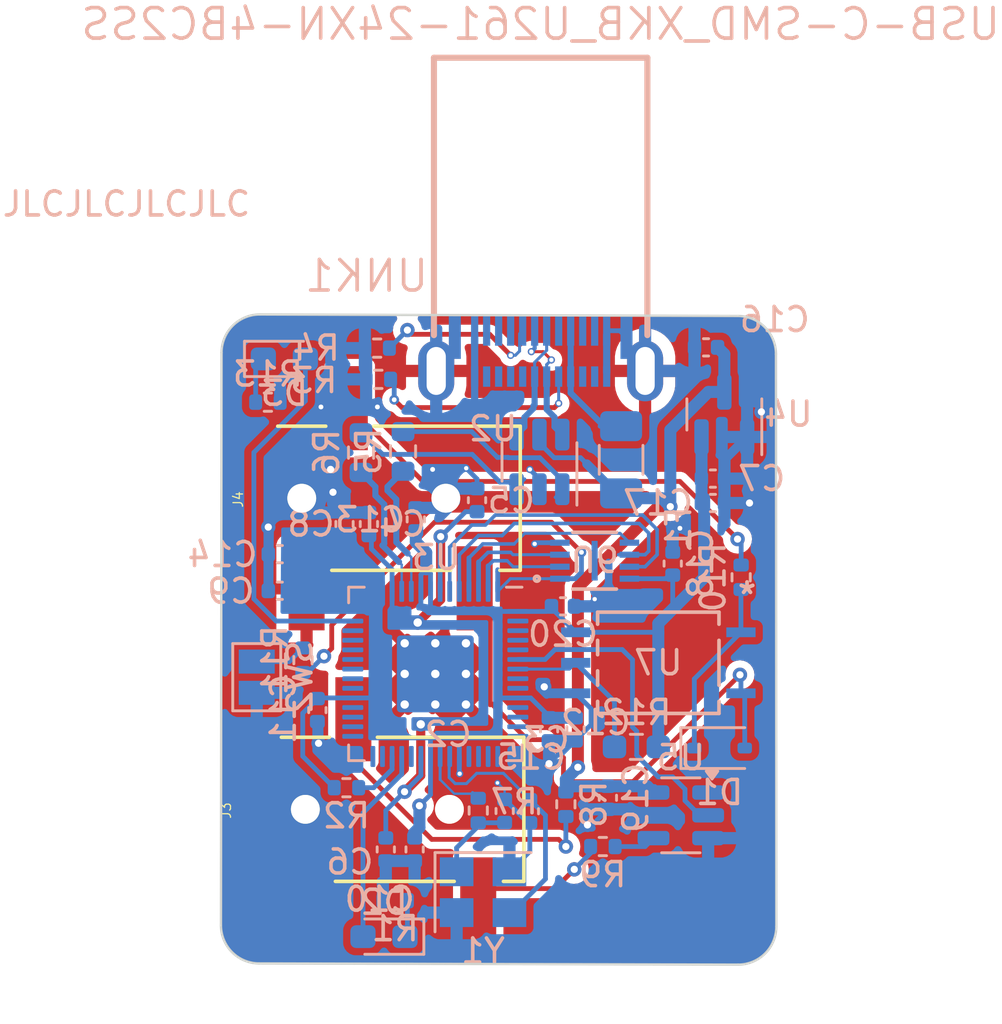
<source format=kicad_pcb>
(kicad_pcb (version 20240108) (generator "pcbnew") (generator_version "8.0")
  (layers (0 "F.Cu" signal) (31 "B.Cu" signal) (34 "B.Paste" user) (35 "F.Paste" user) (36 "B.SilkS" user "B.Silkscreen") (37 "F.SilkS" user "F.Silkscreen") (38 "B.Mask" user) (39 "F.Mask" user) (44 "Edge.Cuts" user))
  (net 0 "")
  (net 1 "+3V3")
  (net 2 "GND")
  (net 3 "XTAL_IN")
  (net 4 "/XTAL_O")
  (net 5 "+1V1")
  (net 6 "+5V")
  (net 7 "VBUS")
  (net 8 "/CC1")
  (net 9 "D_USB_P")
  (net 10 "D_USB_N")
  (net 11 "/CC2")
  (net 12 "~{RESET}")
  (net 13 "Net-(D1-K)")
  (net 14 "Net-(D1-A)")
  (net 15 "Net-(J3-Pad2)")
  (net 16 "Net-(J3-Pad3)")
  (net 17 "Net-(J4-Pad3)")
  (net 18 "/MIDI_1_BUF_OUT")
  (net 19 "/MIDI_1_IN")
  (net 22 "/MIDI_1_OUT")
  (net 32 "/~{USB_BOOT}")
  (net 33 "CS")
  (net 34 "D_P")
  (net 35 "/D_+")
  (net 36 "D_N")
  (net 37 "/D_-")
  (net 38 "XTAL_OUT")
  (net 39 "SD1")
  (net 40 "SD2")
  (net 41 "SD0")
  (net 42 "QSPI_CLK")
  (net 43 "SD3")
  (net 74 "Net-(D2-K)")
  (net 75 "Net-(D2-A)")
  (net 76 "Net-(D3-A)")
  (net 77 "Net-(D3-K)")
  (footprint "poma:3.5mm_stereo_jack_PJ320B" (layer "F.Cu") (at 187.45 50.7 90)
    (property "Reference" "J3")
    (property "Value" "PJ-320B" (hide yes))
  )
  (footprint "poma:3.5mm_stereo_jack_PJ320B" (layer "F.Cu") (at 187.3 37.75 90)
    (property "Reference" "J4")
    (property "Value" "PJ-320B" (hide yes))
  )
  (footprint "poma:W25Q16JVUXIQ" (layer "B.Cu") (at 199.4978 40.35)
    (property "Reference" "U6")
    (property "Value" "W25Q16JVUXIQ TR")
  )
  (footprint "Capacitor_SMD:C_0402_1005Metric" (layer "B.Cu") (at 198.18 42.25)
    (property "Reference" "C20")
    (property "Value" "0.1uF")
  )
  (footprint "Capacitor_SMD:C_0402_1005Metric" (layer "B.Cu") (at 202.75 40.47 90)
    (property "Reference" "C18")
    (property "Value" "100nF")
  )
  (footprint "Capacitor_SMD:C_0402_1005Metric" (layer "B.Cu") (at 190.09675 38.823518 90)
    (property "Reference" "C4")
    (property "Value" "1uF")
  )
  (footprint "Diode_SMD:D_0603_1608Metric_Pad1.05x0.95mm_HandSolder" (layer "B.Cu") (at 190.725 56 180)
    (property "Reference" "D2")
    (property "Value" "LED")
  )
  (footprint "Resistor_SMD:R_0402_1005Metric" (layer "B.Cu") (at 185.89 33.75 180)
    (property "Reference" "R13")
    (property "Value" "1K")
  )
  (footprint "Package_TO_SOT_SMD:SOT-23" (layer "B.Cu") (at 204.9 34.2625 90)
    (property "Reference" "U4")
    (property "Value" "XC6206PxxxMR-Regulator_Linear" (hide yes))
  )
  (footprint "Resistor_SMD:R_0603_1608Metric" (layer "B.Cu") (at 189.7685 35.84975 -90)
    (property "Reference" "R6")
    (property "Value" "27R")
  )
  (footprint "Resistor_SMD:R_0402_1005Metric" (layer "B.Cu") (at 190.44 31.5 180)
    (property "Reference" "R4")
    (property "Value" "5k1" (hide yes))
  )
  (footprint "Capacitor_SMD:C_0402_1005Metric" (layer "B.Cu") (at 187.95 46.57 -90)
    (property "Reference" "C11")
    (property "Value" "100nF")
  )
  (footprint "Resistor_SMD:R_0603_1608Metric_Pad0.98x0.95mm_HandSolder" (layer "B.Cu") (at 201.2375 48.1 180)
    (property "Reference" "R12")
    (property "Value" "470")
  )
  (footprint "Capacitor_SMD:C_0402_1005Metric" (layer "B.Cu") (at 189.08075 38.823518 90)
    (property "Reference" "C8")
    (property "Value" "1uF")
  )
  (footprint "Capacitor_SMD:C_0402_1005Metric" (layer "B.Cu") (at 204.42425 37.948375 180)
    (property "Reference" "C17")
    (property "Value" "1uF")
  )
  (footprint "Resistor_SMD:R_0402_1005Metric" (layer "B.Cu") (at 205.6 41.04 -90)
    (property "Reference" "R10")
    (property "Value" "220")
  )
  (footprint "Capacitor_SMD:C_0402_1005Metric" (layer "B.Cu") (at 192.05 38.63 90)
    (property "Reference" "C13")
    (property "Value" "100nF")
  )
  (footprint "Package_TO_SOT_SMD:SOT-23-5" (layer "B.Cu") (at 203.0875 50.95 180)
    (property "Reference" "U5")
    (property "Value" "SN74LVC1G07DBVR")
  )
  (footprint "Capacitor_SMD:C_0402_1005Metric" (layer "B.Cu") (at 204.138 31.4685)
    (property "Reference" "C16")
    (property "Value" "1uF")
  )
  (footprint "Resistor_SMD:R_0402_1005Metric" (layer "B.Cu") (at 191.19 54.5)
    (property "Reference" "R1")
    (property "Value" "1K")
  )
  (footprint "Capacitor_SMD:C_0402_1005Metric" (layer "B.Cu") (at 192 52.37 -90)
    (property "Reference" "C10")
    (property "Value" "100nF")
  )
  (footprint "Capacitor_SMD:C_0402_1005Metric" (layer "B.Cu") (at 198.7 47.37 -90)
    (property "Reference" "C15")
    (property "Value" "100nF")
  )
  (footprint "Package_TO_SOT_SMD:SOT-23-6" (layer "B.Cu") (at 197.2 36.2375 90)
    (property "Reference" "U2")
    (property "Value" "USBLC6-2SC6")
  )
  (footprint "Capacitor_SMD:C_0402_1005Metric" (layer "B.Cu") (at 190.8 52.37 -90)
    (property "Reference" "C6")
    (property "Value" "100nF")
  )
  (footprint "Resistor_SMD:R_0402_1005Metric" (layer "B.Cu") (at 199.84 52.25)
    (property "Reference" "R9")
    (property "Value" "220")
  )
  (footprint "Diode_SMD:D_SOD-323" (layer "B.Cu") (at 204.7 48.15)
    (property "Reference" "D1")
    (property "Value" "1N4148WS")
  )
  (footprint "Fuse:Fuse_1206_3216Metric" (layer "B.Cu") (at 200.6 36.15 -90)
    (property "Reference" "F1")
    (property "Value" "500mA")
  )
  (footprint "Capacitor_SMD:C_0402_1005Metric" (layer "B.Cu") (at 194.6 37.83 90)
    (property "Reference" "C5")
    (property "Value" "100nF")
  )
  (footprint "Resistor_SMD:R_0402_1005Metric" (layer "B.Cu") (at 187.35 44.49 -90)
    (property "Reference" "R11")
    (property "Value" "1k")
  )
  (footprint "Jumper:SolderJumper-2_P1.3mm_Open_Pad1.0x1.5mm" (layer "B.Cu") (at 185.425 45.2 90)
    (property "Reference" "SW2")
    (property "Value" "SW_Push")
  )
  (footprint "Resistor_SMD:R_0402_1005Metric" (layer "B.Cu") (at 190.49 32.8 180)
    (property "Reference" "R3")
    (property "Value" "5k1" (hide yes))
  )
  (footprint "Capacitor_SMD:C_0402_1005Metric" (layer "B.Cu") (at 196.8 50.78 90)
    (property "Reference" "C2")
    (property "Value" "22pF")
  )
  (footprint "Capacitor_SMD:C_0402_1005Metric" (layer "B.Cu") (at 186.3855 41.60175 180)
    (property "Reference" "C9")
    (property "Value" "100nF")
  )
  (footprint "poma:tlp2362" (layer "B.Cu") (at 202.15 44.6 180)
    (property "Reference" "U7")
    (property "Value" "TLP2362TPR_E")
  )
  (footprint "Capacitor_SMD:C_0402_1005Metric" (layer "B.Cu") (at 200.05 50.22 90)
    (property "Reference" "C19")
    (property "Value" "0.1uF")
  )
  (footprint "Capacitor_SMD:C_0402_1005Metric" (layer "B.Cu") (at 204.42425 36.932375)
    (property "Reference" "C7")
    (property "Value" "10uF")
  )
  (footprint "Capacitor_SMD:C_0402_1005Metric" (layer "B.Cu") (at 195.75 50.77 -90)
    (property "Reference" "C3")
    (property "Value" "22pF")
  )
  (footprint "Resistor_SMD:R_0603_1608Metric" (layer "B.Cu") (at 191.5185 35.79975 -90)
    (property "Reference" "R5")
    (property "Value" "27R")
  )
  (footprint "Sleep-Lib:RP2040-QFN-56" (layer "B.Cu") (at 192.8625 45.0625 180)
    (property "Reference" "U3")
    (property "Value" "RP2040")
  )
  (footprint "Resistor_SMD:R_0402_1005Metric" (layer "B.Cu") (at 198.3 50.49 90)
    (property "Reference" "R8")
    (property "Value" "220")
  )
  (footprint "Crystal:Crystal_SMD_3225-4Pin_3.2x2.5mm" (layer "B.Cu") (at 194.85 54.15)
    (property "Reference" "Y1")
    (property "Value" "12MHz")
  )
  (footprint "Resistor_SMD:R_0402_1005Metric" (layer "B.Cu") (at 189.16 49.8)
    (property "Reference" "R2")
    (property "Value" "1k")
  )
  (footprint "Capacitor_SMD:C_0402_1005Metric" (layer "B.Cu") (at 197.6 47.37 -90)
    (property "Reference" "C12")
    (property "Value" "100nF")
  )
  (footprint "Diode_SMD:D_0603_1608Metric_Pad1.05x0.95mm_HandSolder" (layer "B.Cu") (at 186.575 31.95)
    (property "Reference" "D3")
    (property "Value" "LED")
  )
  (footprint "Resistor_SMD:R_0402_1005Metric" (layer "B.Cu") (at 194.65 50.75 90)
    (property "Reference" "R7")
    (property "Value" "1k")
  )
  (footprint "poma:USB-C-SMD_XKB_U261-24XN-4BC2SS" (layer "B.Cu") (at 197.25 31.7305)
    (property "Reference" "UNK1")
    (property "Value" "USB-C-SMD_XKB_U261-24XN-4BC2SS")
  )
  (footprint "Capacitor_SMD:C_0402_1005Metric" (layer "B.Cu") (at 186.3855 40.07775 180)
    (property "Reference" "C14")
    (property "Value" "100nF")
  )
  (gr_line (start 207.06497 55.577477) (end 207.05 31.75) (stroke (width 0.1)) (layer "Edge.Cuts"))
  (gr_line (start 183.935026 55.527474) (end 183.960926 31.689099) (stroke (width 0.1)) (layer "Edge.Cuts"))
  (gr_arc (start 185.522526 57.114974) (mid 184.4 56.65) (end 183.935026 55.527474) (stroke (width 0.1)) (layer "Edge.Cuts"))
  (gr_line (start 205.4625 30.1625) (end 185.55 30.1) (stroke (width 0.1)) (layer "Edge.Cuts"))
  (gr_arc (start 207.06497 55.577477) (mid 206.599996 56.700003) (end 205.47747 57.164977) (stroke (width 0.1)) (layer "Edge.Cuts"))
  (gr_line (start 185.522526 57.114974) (end 205.47747 57.164977) (stroke (width 0.1)) (layer "Edge.Cuts"))
  (gr_arc (start 183.960926 31.689099) (mid 184.426346 30.565438) (end 185.55 30.1) (stroke (width 0.1)) (layer "Edge.Cuts"))
  (gr_arc (start 205.4625 30.1625) (mid 206.585023 30.62747) (end 207.05 31.75) (stroke (width 0.1)) (layer "Edge.Cuts"))
  (gr_text "JLCJLCJLCJLC" (at 180 25.5 0) (layer "B.SilkS") (effects (font (size 1 1))))
  (via (at 192.2 50.55) (size 0.6) (drill 0.3) (layers "F.Cu" "B.Cu") (net 1))
  (segment (start 203.95 35.2) (end 203.95 37.942625) (width 0.5) (layer "B.Cu") (net 1))
  (segment (start 202.75 42.363643) (end 202.532 42.581643) (width 0.2) (layer "B.Cu") (net 1))
  (segment (start 202.15 48.1) (end 202.15 43.35) (width 0.5) (layer "B.Cu") (net 1))
  (segment (start 190.6625 41.625) (end 190.2625 41.225) (width 0.2) (layer "B.Cu") (net 1))
  (segment (start 202.15 42.963643) (end 202.532 42.581643) (width 0.5) (layer "B.Cu") (net 1))
  (segment (start 186.8655 40.07775) (end 186.8655 41.60175) (width 0.381) (layer "B.Cu") (net 1))
  (segment (start 192.6625 48.5) (end 192.6625 47.77075) (width 0.2) (layer "B.Cu") (net 1))
  (segment (start 196.3 42.4625) (end 195.4875 42.4625) (width 0.2) (layer "B.Cu") (net 1))
  (segment (start 192.2625 41.625) (end 192.2625 42.21875) (width 0.2) (layer "B.Cu") (net 1))
  (segment (start 192.48435 40.7099) (end 192.48435 40.008796) (width 0.5) (layer "B.Cu") (net 1))
  (segment (start 196.83386 46.0625) (end 196.3 46.0625) (width 0.2) (layer "B.Cu") (net 1))
  (segment (start 192.48435 40.7099) (end 192.4815 40.71275) (width 0.2) (layer "B.Cu") (net 1))
  (segment (start 192.05 39.574446) (end 192.05 39.11) (width 0.5) (layer "B.Cu") (net 1))
  (segment (start 204.06 41.053643) (end 204.06 37.76) (width 0.5) (layer "B.Cu") (net 1))
  (segment (start 202.449999 41.100001) (end 202.5 41.05) (width 0.2) (layer "B.Cu") (net 1))
  (segment (start 187.9775 46.0625) (end 189.425 46.0625) (width 0.2) (layer "B.Cu") (net 1))
  (segment (start 202.532 42.581643) (end 204.06 41.053643) (width 0.5) (layer "B.Cu") (net 1))
  (segment (start 189.425 42.4625) (end 190.29425 42.4625) (width 0.2) (layer "B.Cu") (net 1))
  (segment (start 190.2625 41.625) (end 190.2625 40.485268) (width 0.2) (layer "B.Cu") (net 1))
  (segment (start 195.4875 42.4625) (end 195.45 42.5) (width 0.2) (layer "B.Cu") (net 1))
  (segment (start 187.34 48.49) (end 187.34 46.7) (width 0.2) (layer "B.Cu") (net 1))
  (segment (start 190.6625 42.15075) (end 190.6625 41.625) (width 0.2) (layer "B.Cu") (net 1))
  (segment (start 190.3225 42.49075) (end 190.6625 42.15075) (width 0.2) (layer "B.Cu") (net 1))
  (segment (start 192.48435 40.7099) (end 192.393849 40.619399) (width 0.381) (layer "B.Cu") (net 1))
  (segment (start 196.3 42.4625) (end 197.4875 42.4625) (width 0.2) (layer "B.Cu") (net 1))
  (segment (start 197.6 46.89) (end 197.6 46.82864) (width 0.2) (layer "B.Cu") (net 1))
  (segment (start 192.6625 41.625) (end 192.6625 42.480768) (width 0.2) (layer "B.Cu") (net 1))
  (segment (start 190.2625 42.42375) (end 190.1955 42.49075) (width 0.2) (layer "B.Cu") (net 1))
  (segment (start 187.1605 41.60175) (end 186.8655 41.60175) (width 0.381) (layer "B.Cu") (net 1))
  (segment (start 192.2 50.55) (end 192.2 51.4625) (width 0.5) (layer "B.Cu") (net 1))
  (segment (start 200.9456 41.100001) (end 202.449999 41.100001) (width 0.2) (layer "B.Cu") (net 1))
  (segment (start 204.06 37.76) (end 204.019975 37.719975) (width 0.5) (layer "B.Cu") (net 1))
  (segment (start 202.15 43.35) (end 202.15 42.963643) (width 0.5) (layer "B.Cu") (net 1))
  (segment (start 192.48435 40.008796) (end 192.05 39.574446) (width 0.5) (layer "B.Cu") (net 1))
  (segment (start 197.6 46.82864) (end 196.83386 46.0625) (width 0.2) (layer "B.Cu") (net 1))
  (segment (start 188.65 49.8) (end 187.34 48.49) (width 0.2) (layer "B.Cu") (net 1))
  (segment (start 187.34 46.7) (end 187.95 46.09) (width 0.2) (layer "B.Cu") (net 1))
  (segment (start 202.13 43.33) (end 202.15 43.35) (width 0.2) (layer "B.Cu") (net 1))
  (segment (start 189.425 42.4625) (end 188.02125 42.4625) (width 0.2) (layer "B.Cu") (net 1))
  (segment (start 190.2625 41.625) (end 190.2625 42.42375) (width 0.2) (layer "B.Cu") (net 1))
  (segment (start 189.425 46.0625) (end 190.30675 46.0625) (width 0.2) (layer "B.Cu") (net 1))
  (segment (start 196.3 46.0625) (end 195.54525 46.0625) (width 0.2) (layer "B.Cu") (net 1))
  (segment (start 192.6625 40.89375) (end 192.6625 41.625) (width 0.2) (layer "B.Cu") (net 1))
  (segment (start 188.02125 42.4625) (end 187.1605 41.60175) (width 0.2) (layer "B.Cu") (net 1))
  (segment (start 197.7 42.3217) (end 198.7083 43.33) (width 0.2) (layer "B.Cu") (net 1))
  (segment (start 192.6625 42.480768) (end 192.63675 42.506518) (width 0.2) (layer "B.Cu") (net 1))
  (segment (start 198.7083 43.33) (end 202.13 43.33) (width 0.2) (layer "B.Cu") (net 1))
  (segment (start 192.4815 40.71275) (end 192.6625 40.89375) (width 0.2) (layer "B.Cu") (net 1))
  (segment (start 202.75 40.95) (end 202.75 42.363643) (width 0.2) (layer "B.Cu") (net 1))
  (segment (start 195.54525 46.0625) (end 195.5295 46.04675) (width 0.2) (layer "B.Cu") (net 1))
  (segment (start 187.95 46.09) (end 187.9775 46.0625) (width 0.2) (layer "B.Cu") (net 1))
  (segment (start 192.6625 50.0875) (end 192.6625 48.5) (width 0.2) (layer "B.Cu") (net 1))
  (segment (start 202.625357 42.675) (end 202.532 42.581643) (width 0.2) (layer "B.Cu") (net 1))
  (segment (start 192.2 50.55) (end 192.6625 50.0875) (width 0.2) (layer "B.Cu") (net 1))
  (segment (start 197.4875 42.4625) (end 197.7 42.25) (width 0.2) (layer "B.Cu") (net 1))
  (segment (start 189.08075 39.303518) (end 187.03525 39.303518) (width 0.5) (layer "B.Cu") (net 1))
  (segment (start 190.2625 40.485268) (end 189.08075 39.303518) (width 0.2) (layer "B.Cu") (net 1))
  (segment (start 197.6 46.89) (end 198.7 46.89) (width 0.5) (layer "B.Cu") (net 1))
  (segment (start 192.2 51.4625) (end 191.9735 51.689) (width 0.5) (layer "B.Cu") (net 1))
  (segment (start 197.7 42.25) (end 197.7 42.3217) (width 0.2) (layer "B.Cu") (net 1))
  (segment (start 192.2625 41.625) (end 192.2625 40.93175) (width 0.2) (layer "B.Cu") (net 1))
  (segment (start 190.29425 42.4625) (end 190.3225 42.49075) (width 0.2) (layer "B.Cu") (net 1))
  (segment (start 203.95 37.942625) (end 203.94425 37.948375) (width 0.5) (layer "B.Cu") (net 1))
  (segment (start 192.2625 40.93175) (end 192.4815 40.71275) (width 0.2) (layer "B.Cu") (net 1))
  (segment (start 191.5875 43.7875) (end 194.1375 43.7875) (width 0.635) (layer "F.Cu") (net 2))
  (segment (start 191.5875 46.3375) (end 191.5875 43.7875) (width 0.635) (layer "F.Cu") (net 2))
  (segment (start 194.1375 46.3375) (end 194.1375 43.7875) (width 0.635) (layer "F.Cu") (net 2))
  (segment (start 191.8875 46.0375) (end 191.5875 46.3375) (width 0.635) (layer "F.Cu") (net 2))
  (segment (start 191.5875 45.0625) (end 194.1375 45.0625) (width 0.635) (layer "F.Cu") (net 2))
  (segment (start 194.1375 46.3375) (end 193.8375 46.0375) (width 0.635) (layer "F.Cu") (net 2))
  (segment (start 192.8625 43.7875) (end 192.8625 46.3375) (width 0.635) (layer "F.Cu") (net 2))
  (segment (start 193.8375 46.0375) (end 191.8875 46.0375) (width 0.635) (layer "F.Cu") (net 2))
  (via (at 197 39.65) (size 0.3) (drill 0.18) (layers "F.Cu" "B.Cu") (net 2))
  (via (at 193.876149 49.21755) (size 0.3) (drill 0.18) (layers "F.Cu" "B.Cu") (net 2))
  (via (at 197.4 45.6) (size 0.6) (drill 0.3) (layers "F.Cu" "B.Cu") (net 2))
  (via (at 188 47.95) (size 0.6) (drill 0.3) (layers "F.Cu" "B.Cu") (net 2))
  (via (at 188.6 37.5) (size 0.6) (drill 0.3) (layers "F.Cu" "B.Cu") (net 2))
  (via (at 199.5 41.95) (size 0.3) (drill 0.18) (layers "F.Cu" "B.Cu") (net 2))
  (via (at 199.2 51.35) (size 0.6) (drill 0.3) (layers "F.Cu" "B.Cu") (net 2))
  (via (at 197.6 48.8) (size 0.6) (drill 0.3) (layers "F.Cu" "B.Cu") (net 2))
  (via (at 195.45 49.6) (size 0.25) (drill 0.15) (layers "F.Cu" "B.Cu") (net 2))
  (via (at 192.75 36.55) (size 0.4) (drill 0.2) (layers "F.Cu" "B.Cu") (net 2))
  (via (at 185.90575 38.950518) (size 0.6) (drill 0.3) (layers "F.Cu" "B.Cu") (net 2))
  (via (at 196.8 36.55) (size 0.3) (drill 0.18) (layers "F.Cu" "B.Cu") (net 2))
  (via (at 206.44325 34.154625) (size 0.6) (drill 0.3) (layers "F.Cu" "B.Cu") (net 2))
  (via (at 194.15 36.5) (size 0.3) (drill 0.18) (layers "F.Cu" "B.Cu") (net 2))
  (via (at 205.94825 37.948375) (size 0.6) (drill 0.3) (layers "F.Cu" "B.Cu") (net 2))
  (via (at 188.1 33.95) (size 0.4) (drill 0.2) (layers "F.Cu" "B.Cu") (net 2))
  (via (at 190.45 33.95) (size 0.4) (drill 0.2) (layers "F.Cu" "B.Cu") (net 2))
  (via (at 188.5 36.55) (size 0.6) (drill 0.3) (layers "F.Cu" "B.Cu") (net 2))
  (via (at 203.05 39) (size 0.4) (drill 0.2) (layers "F.Cu" "B.Cu") (net 2))
  (segment (start 204.90425 36.932375) (end 204.90425 36.14575) (width 0.381) (layer "B.Cu") (net 2))
  (segment (start 199.35 46.5117) (end 198.7083 45.87) (width 0.2) (layer "B.Cu") (net 2))
  (segment (start 195.4625 49.6125) (end 195.45 49.6125) (width 0.1) (layer "B.Cu") (net 2))
  (segment (start 194.6 36.95) (end 194.15 36.5) (width 0.2) (layer "B.Cu") (net 2))
  (segment (start 197.45 45.6) (end 197.72 45.87) (width 0.125) (layer "B.Cu") (net 2))
  (segment (start 185.9055 40.07775) (end 185.9055 41.60175) (width 0.381) (layer "B.Cu") (net 2))
  (segment (start 202.75 39.99) (end 202.75 39.3) (width 0.2) (layer "B.Cu") (net 2))
  (segment (start 190.09675 38.343518) (end 188.987268 38.343518) (width 0.5) (layer "B.Cu") (net 2))
  (segment (start 198.05 39.599999) (end 197.050001 39.599999) (width 0.2) (layer "B.Cu") (net 2))
  (segment (start 189.08075 38.343518) (end 188.987268 38.343518) (width 0.2) (layer "B.Cu") (net 2))
  (segment (start 188.987268 38.343518) (end 188.6 37.95625) (width 0.5) (layer "B.Cu") (net 2))
  (segment (start 198.66 42.25) (end 199.2 42.25) (width 0.2) (layer "B.Cu") (net 2))
  (segment (start 204.90425 37.948375) (end 205.94825 37.948375) (width 0.381) (layer "B.Cu") (net 2))
  (segment (start 198.7083 42.3417) (end 198.75 42.3) (width 0.2) (layer "B.Cu") (net 2))
  (segment (start 202.75 39.3) (end 203.05 39) (width 0.2) (layer "B.Cu") (net 2))
  (segment (start 195.75 50.29) (end 195.75 49.9) (width 0.1) (layer "B.Cu") (net 2))
  (segment (start 196.8 51.26) (end 196.8 52.45) (width 0.2) (layer "B.Cu") (net 2))
  (segment (start 196.72 51.26) (end 195.75 50.29) (width 0.2) (layer "B.Cu") (net 2))
  (segment (start 188.6 37.95625) (end 188.6 37.5) (width 0.5) (layer "B.Cu") (net 2))
  (segment (start 199.4 51.35) (end 200.05 50.7) (width 0.2) (layer "B.Cu") (net 2))
  (segment (start 197.6 48.8) (end 198.05 48.35) (width 0.2) (layer "B.Cu") (net 2))
  (segment (start 194.6 37.35) (end 194.6 36.95) (width 0.2) (layer "B.Cu") (net 2))
  (segment (start 204.90425 36.14575) (end 205.85 35.2) (width 0.381) (layer "B.Cu") (net 2))
  (segment (start 199.35 47.176134) (end 199.35 46.5117) (width 0.2) (layer "B.Cu") (net 2))
  (segment (start 200 30.7755) (end 200.55 30.7755) (width 0.2) (layer "B.Cu") (net 2))
  (segment (start 193.8625 49.203901) (end 193.8625 48.5) (width 0.2) (layer "B.Cu") (net 2))
  (segment (start 200.55 30.7755) (end 200.825 31.0505) (width 0.2) (layer "B.Cu") (net 2))
  (segment (start 198.605026 41.95) (end 198.482513 42.072513) (width 0.1) (layer "B.Cu") (net 2))
  (segment (start 188 47.1) (end 187.95 47.05) (width 0.2) (layer "B.Cu") (net 2))
  (segment (start 199.2 51.35) (end 199.4 51.35) (width 0.2) (layer "B.Cu") (net 2))
  (segment (start 198.05 48.35) (end 198.176134 48.35) (width 0.2) (layer "B.Cu") (net 2))
  (segment (start 199.2 42.25) (end 199.5 41.95) (width 0.2) (layer "B.Cu") (net 2))
  (segment (start 197.050001 39.599999) (end 197 39.65) (width 0.2) (layer "B.Cu") (net 2))
  (segment (start 193.876149 49.21755) (end 193.8625 49.203901) (width 0.2) (layer "B.Cu") (net 2))
  (segment (start 196.8 52.45) (end 195.95 53.3) (width 0.2) (layer "B.Cu") (net 2))
  (segment (start 195.75 49.9) (end 195.4625 49.6125) (width 0.1) (layer "B.Cu") (net 2))
  (segment (start 198.176134 48.35) (end 199.35 47.176134) (width 0.2) (layer "B.Cu") (net 2))
  (segment (start 197.6 47.85) (end 197.6 48.8) (width 0.2) (layer "B.Cu") (net 2))
  (segment (start 196.9705 37.586393) (end 197.3505 37.586393) (width 0.15) (layer "B.Cu") (net 2))
  (segment (start 185.90575 38.950518) (end 185.90575 40.0775) (width 0.381) (layer "B.Cu") (net 2))
  (segment (start 197.4 45.6) (end 197.45 45.6) (width 0.125) (layer "B.Cu") (net 2))
  (segment (start 197.2 36.95) (end 197.2 37.375) (width 0.2) (layer "B.Cu") (net 2))
  (segment (start 196.8 36.55) (end 197.2 36.95) (width 0.2) (layer "B.Cu") (net 2))
  (segment (start 197.6 47.85) (end 198.7 47.85) (width 0.2) (layer "B.Cu") (net 2))
  (segment (start 197.72 45.87) (end 198.7083 45.87) (width 0.125) (layer "B.Cu") (net 2))
  (segment (start 196.8 51.26) (end 196.72 51.26) (width 0.2) (layer "B.Cu") (net 2))
  (segment (start 188 47.95) (end 188 47.1) (width 0.2) (layer "B.Cu") (net 2))
  (segment (start 197.45 53.6) (end 197.45 50.95) (width 0.2) (layer "B.Cu") (net 3))
  (segment (start 194.587387 49.2) (end 195.7 49.2) (width 0.125) (layer "B.Cu") (net 3))
  (segment (start 193.4375 48.525) (end 193.4375 49.37788) (width 0.125) (layer "B.Cu") (net 3))
  (segment (start 197.45 50.95) (end 196.8 50.3) (width 0.2) (layer "B.Cu") (net 3))
  (segment (start 195.7 49.2) (end 196.8 50.3) (width 0.125) (layer "B.Cu") (net 3))
  (segment (start 195.95 55) (end 196.05 55) (width 0.2) (layer "B.Cu") (net 3))
  (segment (start 193.4625 48.5) (end 193.4375 48.525) (width 0.125) (layer "B.Cu") (net 3))
  (segment (start 196.05 55) (end 197.45 53.6) (width 0.2) (layer "B.Cu") (net 3))
  (segment (start 193.4375 49.37788) (end 193.68967 49.63005) (width 0.125) (layer "B.Cu") (net 3))
  (segment (start 193.68967 49.63005) (end 194.157337 49.63005) (width 0.125) (layer "B.Cu") (net 3))
  (segment (start 194.157337 49.63005) (end 194.587387 49.2) (width 0.125) (layer "B.Cu") (net 3))
  (segment (start 195.74 51.26) (end 195.75 51.25) (width 0.2) (layer "B.Cu") (net 4))
  (segment (start 194.65 51.4) (end 193.75 52.3) (width 0.2) (layer "B.Cu") (net 4))
  (segment (start 193.75 52.3) (end 193.75 53.3) (width 0.2) (layer "B.Cu") (net 4))
  (segment (start 194.65 51.26) (end 194.65 51.4) (width 0.2) (layer "B.Cu") (net 4))
  (segment (start 194.65 51.26) (end 195.74 51.26) (width 0.2) (layer "B.Cu") (net 4))
  (segment (start 192.25575 49.29425) (end 192.25575 47.162) (width 0.381) (layer "F.Cu") (net 5))
  (segment (start 193.084349 39.347901) (end 193.084349 41.969151) (width 0.381) (layer "F.Cu") (net 5))
  (segment (start 193.084349 41.969151) (end 192.12875 42.92475) (width 0.381) (layer "F.Cu") (net 5))
  (segment (start 191.581093 49.968907) (end 192.25575 49.29425) (width 0.381) (layer "F.Cu") (net 5))
  (via (at 192.12875 42.92475) (size 0.6) (drill 0.35) (layers "F.Cu" "B.Cu") (net 5))
  (via (at 193.084349 39.347901) (size 0.6) (drill 0.3) (layers "F.Cu" "B.Cu") (net 5))
  (via (at 191.581093 49.968907) (size 0.6) (drill 0.3) (layers "F.Cu" "B.Cu") (net 5))
  (via (at 192.25575 47.162) (size 0.6) (drill 0.35) (layers "F.Cu" "B.Cu") (net 5))
  (segment (start 192.2625 49.2875) (end 192.2625 48.5) (width 0.2) (layer "B.Cu") (net 5))
  (segment (start 191.581093 49.968907) (end 192.2625 49.2875) (width 0.2) (layer "B.Cu") (net 5))
  (segment (start 193.084349 39.347901) (end 194.12225 38.31) (width 0.2) (layer "B.Cu") (net 5))
  (segment (start 191.0625 41.625) (end 191.0625 42.46875) (width 0.2) (layer "B.Cu") (net 5))
  (segment (start 190.2 39.857082) (end 190.2 39.406768) (width 0.2) (layer "B.Cu") (net 5))
  (segment (start 191.0625 40.719582) (end 190.2 39.857082) (width 0.2) (layer "B.Cu") (net 5))
  (segment (start 190.2 39.406768) (end 190.09675 39.303518) (width 0.2) (layer "B.Cu") (net 5))
  (segment (start 192.12875 42.92475) (end 192.200537 42.996537) (width 0.381) (layer "B.Cu") (net 5))
  (segment (start 191.0625 41.625) (end 191.0625 40.719582) (width 0.2) (layer "B.Cu") (net 5))
  (segment (start 191.581093 49.968907) (end 190.8 50.75) (width 0.2) (layer "B.Cu") (net 5))
  (segment (start 191.0625 42.46875) (end 191.2115 42.61775) (width 0.2) (layer "B.Cu") (net 5))
  (segment (start 193.084349 39.347901) (end 193.0625 39.36975) (width 0.2) (layer "B.Cu") (net 5))
  (segment (start 194.12225 38.31) (end 194.6 38.31) (width 0.2) (layer "B.Cu") (net 5))
  (segment (start 190.8 50.75) (end 190.8 51.89) (width 0.2) (layer "B.Cu") (net 5))
  (segment (start 193.0625 39.36975) (end 193.0625 41.625) (width 0.2) (layer "B.Cu") (net 5))
  (segment (start 198.8 48.95) (end 198.8 41.45) (width 0.5) (layer "F.Cu") (net 6))
  (segment (start 198.8 41.45) (end 202.15 38.1) (width 0.5) (layer "F.Cu") (net 6))
  (segment (start 202.15 38.1) (end 202.65 38.1) (width 0.5) (layer "F.Cu") (net 6))
  (via (at 198.8 48.95) (size 0.6) (drill 0.3) (layers "F.Cu" "B.Cu") (net 6))
  (via (at 202.65 38.1) (size 0.6) (drill 0.3) (layers "F.Cu" "B.Cu") (net 6))
  (segment (start 198.54 49.74) (end 200.05 49.74) (width 0.5) (layer "B.Cu") (net 6))
  (segment (start 197.2 35.453052) (end 197.809448 36.0625) (width 0.2) (layer "B.Cu") (net 6))
  (segment (start 204.9 31.7505) (end 204.618 31.4685) (width 0.5) (layer "B.Cu") (net 6))
  (segment (start 202 49.75) (end 202.25 50) (width 0.2) (layer "B.Cu") (net 6))
  (segment (start 201.69 49.74) (end 201.95 50) (width 0.5) (layer "B.Cu") (net 6))
  (segment (start 198.3 49.98) (end 198.3 49.45) (width 0.5) (layer "B.Cu") (net 6))
  (segment (start 198.3 49.45) (end 198.8 48.95) (width 0.5) (layer "B.Cu") (net 6))
  (segment (start 202.3 37.75) (end 202.65 38.1) (width 0.5) (layer "B.Cu") (net 6))
  (segment (start 198.9125 36.0625) (end 199.325 36.475) (width 0.2) (layer "B.Cu") (net 6))
  (segment (start 204.9 33.325) (end 204.234816 33.325) (width 0.5) (layer "B.Cu") (net 6))
  (segment (start 202.65 34.909816) (end 202.65 38.1) (width 0.5) (layer "B.Cu") (net 6))
  (segment (start 200.05 49.74) (end 201.69 49.74) (width 0.5) (layer "B.Cu") (net 6))
  (segment (start 204.9 33.325) (end 204.9 31.7505) (width 0.5) (layer "B.Cu") (net 6))
  (segment (start 197.2 35.1) (end 197.2 35.453052) (width 0.2) (layer "B.Cu") (net 6))
  (segment (start 198.3 49.98) (end 198.54 49.74) (width 0.5) (layer "B.Cu") (net 6))
  (segment (start 204.234816 33.325) (end 202.65 34.909816) (width 0.5) (layer "B.Cu") (net 6))
  (segment (start 200.6 37.75) (end 202.3 37.75) (width 0.5) (layer "B.Cu") (net 6))
  (segment (start 199.172 36.322) (end 200.6 37.75) (width 0.381) (layer "B.Cu") (net 6))
  (segment (start 197.809448 36.0625) (end 198.9125 36.0625) (width 0.2) (layer "B.Cu") (net 6))
  (segment (start 198.5 33.3645) (end 199.8855 34.75) (width 0.254) (layer "B.Cu") (net 7))
  (segment (start 200.6 34.75) (end 199.725 34.75) (width 0.2) (layer "B.Cu") (net 7))
  (segment (start 200.1155 34.95) (end 200.6 34.95) (width 0.254) (layer "B.Cu") (net 7))
  (segment (start 199.8855 34.75) (end 200.6 34.75) (width 0.254) (layer "B.Cu") (net 7))
  (segment (start 198.5 32.6855) (end 198.5 33.3645) (width 0.254) (layer "B.Cu") (net 7))
  (segment (start 198.5 30.7755) (end 198.5 32.6855) (width 0.254) (layer "B.Cu") (net 7))
  (segment (start 197.8245 33.9755) (end 191.4755 33.9755) (width 0.2) (layer "F.Cu") (net 8))
  (segment (start 198 33.8) (end 197.8245 33.9755) (width 0.2) (layer "F.Cu") (net 8))
  (segment (start 191.4755 33.9755) (end 191.15 33.65) (width 0.2) (layer "F.Cu") (net 8))
  (via (at 198 33.8) (size 0.3) (drill 0.18) (layers "F.Cu" "B.Cu") (net 8))
  (via (at 191.15 33.65) (size 0.4) (drill 0.2) (layers "F.Cu" "B.Cu") (net 8))
  (segment (start 191.15 33.65) (end 191.15 32.95) (width 0.2) (layer "B.Cu") (net 8))
  (segment (start 191.15 32.95) (end 191 32.8) (width 0.2) (layer "B.Cu") (net 8))
  (segment (start 198 32.6855) (end 198 33.8) (width 0.125) (layer "B.Cu") (net 8))
  (segment (start 196.862342 31.648055) (end 197.351511 31.648055) (width 0.125) (layer "F.Cu") (net 9))
  (segment (start 197.351511 31.648055) (end 197.695308 31.991852) (width 0.125) (layer "F.Cu") (net 9))
  (segment (start 197.695308 31.991852) (end 197.63716 32.05) (width 0.125) (layer "F.Cu") (net 9))
  (segment (start 196.862342 31.712342) (end 196.862342 31.648055) (width 0.125) (layer "F.Cu") (net 9))
  (via (at 197.695308 31.991852) (size 0.3) (drill 0.18) (layers "F.Cu" "B.Cu") (net 9))
  (via (at 196.862342 31.648055) (size 0.3) (drill 0.18) (layers "F.Cu" "B.Cu") (net 9))
  (segment (start 197.827 34.376475) (end 197.827 34.777) (width 0.254) (layer "B.Cu") (net 9))
  (segment (start 196.862342 31.648055) (end 197 31.510397) (width 0.17) (layer "B.Cu") (net 9))
  (segment (start 197.502 32.6875) (end 197.502 34.051475) (width 0.254) (layer "B.Cu") (net 9))
  (segment (start 197 31.510397) (end 197 30.7755) (width 0.17) (layer "B.Cu") (net 9))
  (segment (start 197.5 32.6855) (end 197.502 32.6875) (width 0.254) (layer "B.Cu") (net 9))
  (segment (start 197.695308 31.991852) (end 197.5 32.18716) (width 0.125) (layer "B.Cu") (net 9))
  (segment (start 197.5 32.6855) (end 197.5 32.9605) (width 0.14) (layer "B.Cu") (net 9))
  (segment (start 197.5 32.9605) (end 197.42 33.0405) (width 0.14) (layer "B.Cu") (net 9))
  (segment (start 197.502 34.051475) (end 197.827 34.376475) (width 0.254) (layer "B.Cu") (net 9))
  (segment (start 197.827 34.777) (end 198.15 35.1) (width 0.254) (layer "B.Cu") (net 9))
  (segment (start 197.45 32.7355) (end 197.5 32.6855) (width 0.17) (layer "B.Cu") (net 9))
  (segment (start 197.5 32.18716) (end 197.5 32.6855) (width 0.125) (layer "B.Cu") (net 9))
  (segment (start 197.5 31.593761) (end 197.5 30.7755) (width 0.125) (layer "B.Cu") (net 10))
  (segment (start 197 32.093761) (end 197.5 31.593761) (width 0.125) (layer "B.Cu") (net 10))
  (segment (start 196.573 34.385764) (end 196.573 34.777) (width 0.254) (layer "B.Cu") (net 10))
  (segment (start 196.948 34.010764) (end 196.573 34.385764) (width 0.254) (layer "B.Cu") (net 10))
  (segment (start 197 32.6855) (end 196.998 32.6875) (width 0.254) (layer "B.Cu") (net 10))
  (segment (start 196.998 33.858604) (end 196.948 33.908604) (width 0.254) (layer "B.Cu") (net 10))
  (segment (start 197 32.6855) (end 197 32.093761) (width 0.125) (layer "B.Cu") (net 10))
  (segment (start 197 32.9605) (end 197.08 33.0405) (width 0.14) (layer "B.Cu") (net 10))
  (segment (start 196.948 33.908604) (end 196.948 34.010764) (width 0.254) (layer "B.Cu") (net 10))
  (segment (start 196.998 32.6875) (end 196.998 33.858604) (width 0.254) (layer "B.Cu") (net 10))
  (segment (start 197 32.6855) (end 197 32.9605) (width 0.14) (layer "B.Cu") (net 10))
  (segment (start 196.573 34.777) (end 196.25 35.1) (width 0.254) (layer "B.Cu") (net 10))
  (segment (start 196 31.8) (end 195.1255 30.9255) (width 0.2) (layer "F.Cu") (net 11))
  (segment (start 195.1255 30.9255) (end 191.8755 30.9255) (width 0.2) (layer "F.Cu") (net 11))
  (segment (start 191.8755 30.9255) (end 191.7 30.75) (width 0.2) (layer "F.Cu") (net 11))
  (via (at 191.7 30.75) (size 0.6) (drill 0.3) (layers "F.Cu" "B.Cu") (net 11))
  (via (at 196 31.8) (size 0.3) (drill 0.18) (layers "F.Cu" "B.Cu") (net 11))
  (segment (start 190.95 31.5) (end 191.7 30.75) (width 0.2) (layer "B.Cu") (net 11))
  (segment (start 196.3725 31.623) (end 196.1955 31.8) (width 0.125) (layer "B.Cu") (net 11))
  (segment (start 196.1955 31.8) (end 196 31.8) (width 0.125) (layer "B.Cu") (net 11))
  (segment (start 196.3725 30.903) (end 196.3725 31.623) (width 0.125) (layer "B.Cu") (net 11))
  (segment (start 196.5 30.7755) (end 196.3725 30.903) (width 0.125) (layer "B.Cu") (net 11))
  (segment (start 189.67 49.8) (end 190.29636 49.8) (width 0.2) (layer "B.Cu") (net 12))
  (segment (start 191.0625 49.03386) (end 191.0625 48.5) (width 0.2) (layer "B.Cu") (net 12))
  (segment (start 190.29636 49.8) (end 191.0625 49.03386) (width 0.2) (layer "B.Cu") (net 12))
  (segment (start 205.5917 43.33) (end 203.65 45.2717) (width 0.2) (layer "B.Cu") (net 13))
  (segment (start 205.5917 41.5583) (end 205.6 41.55) (width 0.2) (layer "B.Cu") (net 13))
  (segment (start 203.65 45.2717) (end 203.65 48.15) (width 0.2) (layer "B.Cu") (net 13))
  (segment (start 205.5917 43.33) (end 205.5917 41.5583) (width 0.2) (layer "B.Cu") (net 13))
  (segment (start 195.15 42.15) (end 194.5 41.5) (width 0.2) (layer "F.Cu") (net 14))
  (segment (start 198.2 49.4) (end 198.2 48.55) (width 0.2) (layer "F.Cu") (net 14))
  (segment (start 205.55 45.1) (end 201.1 49.55) (width 0.2) (layer "F.Cu") (net 14))
  (segment (start 198.2 48.55) (end 197.45 47.8) (width 0.2) (layer "F.Cu") (net 14))
  (segment (start 197.45 47.8) (end 196.7 47.8) (width 0.2) (layer "F.Cu") (net 14))
  (segment (start 196.7 47.8) (end 195.15 46.25) (width 0.2) (layer "F.Cu") (net 14))
  (segment (start 195.15 46.25) (end 195.15 42.15) (width 0.2) (layer "F.Cu") (net 14))
  (segment (start 198.35 49.55) (end 198.2 49.4) (width 0.2) (layer "F.Cu") (net 14))
  (segment (start 201.1 49.55) (end 198.35 49.55) (width 0.2) (layer "F.Cu") (net 14))
  (segment (start 195.15 46.35) (end 195.15 46.25) (width 0.2) (layer "F.Cu") (net 14))
  (via (at 205.55 45.1) (size 0.6) (drill 0.3) (layers "F.Cu" "B.Cu") (net 14))
  (segment (start 205.75 46.0283) (end 205.5917 45.87) (width 0.2) (layer "B.Cu") (net 14))
  (segment (start 205.5917 45.87) (end 205.5917 45.1417) (width 0.2) (layer "B.Cu") (net 14))
  (segment (start 205.75 48.15) (end 205.75 46.0283) (width 0.2) (layer "B.Cu") (net 14))
  (segment (start 205.5917 45.1417) (end 205.55 45.1) (width 0.2) (layer "B.Cu") (net 14))
  (segment (start 198.65 53.2) (end 197.85 54) (width 0.2) (layer "F.Cu") (net 15))
  (segment (start 197.85 54) (end 194.65 54) (width 0.2) (layer "F.Cu") (net 15))
  (via (at 198.65 53.2) (size 0.6) (drill 0.3) (layers "F.Cu" "B.Cu") (net 15))
  (segment (start 199.33 52.52) (end 198.65 53.2) (width 0.2) (layer "B.Cu") (net 15))
  (segment (start 199.33 52.25) (end 199.33 52.52) (width 0.2) (layer "B.Cu") (net 15))
  (segment (start 198.3 52.25) (end 198 51.95) (width 0.2) (layer "F.Cu") (net 16))
  (segment (start 198 51.95) (end 192.713657 51.95) (width 0.2) (layer "F.Cu") (net 16))
  (segment (start 192.713657 51.95) (end 189.45 48.686343) (width 0.2) (layer "F.Cu") (net 16))
  (segment (start 189.45 48.686343) (end 189.45 46.5) (width 0.2) (layer "F.Cu") (net 16))
  (via (at 198.3 52.25) (size 0.6) (drill 0.3) (layers "F.Cu" "B.Cu") (net 16))
  (segment (start 198.3 50.95) (end 198.3 52.25) (width 0.2) (layer "B.Cu") (net 16))
  (segment (start 192.35 37.05) (end 189.3 34) (width 0.2) (layer "F.Cu") (net 17))
  (segment (start 203.05 37.05) (end 192.35 37.05) (width 0.2) (layer "F.Cu") (net 17))
  (segment (start 205.45 39.45) (end 203.05 37.05) (width 0.2) (layer "F.Cu") (net 17))
  (via (at 205.45 39.45) (size 0.6) (drill 0.3) (layers "F.Cu" "B.Cu") (net 17))
  (segment (start 205.6 39.6) (end 205.45 39.45) (width 0.2) (layer "B.Cu") (net 17))
  (segment (start 205.6 40.53) (end 205.6 39.6) (width 0.2) (layer "B.Cu") (net 17))
  (segment (start 200.35 52.25) (end 201.6 52.25) (width 0.2) (layer "B.Cu") (net 18))
  (segment (start 201.6 52.25) (end 201.95 51.9) (width 0.2) (layer "B.Cu") (net 18))
  (segment (start 198.4458 44.8625) (end 198.7083 44.6) (width 0.125) (layer "B.Cu") (net 19))
  (segment (start 196.3 44.8625) (end 198.4458 44.8625) (width 0.125) (layer "B.Cu") (net 19))
  (segment (start 198.7083 44.6) (end 200.325 46.2167) (width 0.2) (layer "B.Cu") (net 19))
  (segment (start 200.325 46.2167) (end 200.325 48.1) (width 0.2) (layer "B.Cu") (net 19))
  (segment (start 200.648654 44.05) (end 201.075 44.476346) (width 0.2) (layer "B.Cu") (net 22))
  (segment (start 197.8455 44.05) (end 200.648654 44.05) (width 0.2) (layer "B.Cu") (net 22))
  (segment (start 203.2625 49.8625) (end 203.2625 50.340552) (width 0.2) (layer "B.Cu") (net 22))
  (segment (start 202.75 49.35) (end 203.2625 49.8625) (width 0.2) (layer "B.Cu") (net 22))
  (segment (start 202.145778 49.35) (end 202.75 49.35) (width 0.2) (layer "B.Cu") (net 22))
  (segment (start 201.075 47.275) (end 201.25 47.45) (width 0.2) (layer "B.Cu") (net 22))
  (segment (start 201.25 48.454222) (end 202.145778 49.35) (width 0.2) (layer "B.Cu") (net 22))
  (segment (start 203.2625 50.340552) (end 203.871948 50.95) (width 0.2) (layer "B.Cu") (net 22))
  (segment (start 196.3 44.4625) (end 197.433 44.4625) (width 0.2) (layer "B.Cu") (net 22))
  (segment (start 203.871948 50.95) (end 204.225 50.95) (width 0.2) (layer "B.Cu") (net 22))
  (segment (start 197.433 44.4625) (end 197.8455 44.05) (width 0.2) (layer "B.Cu") (net 22))
  (segment (start 201.25 47.45) (end 201.25 48.454222) (width 0.2) (layer "B.Cu") (net 22))
  (segment (start 201.075 44.476346) (end 201.075 47.275) (width 0.2) (layer "B.Cu") (net 22))
  (segment (start 185.425 44.55) (end 186.78 44.55) (width 0.2) (layer "B.Cu") (net 32))
  (segment (start 186.78 44.55) (end 187.35 43.98) (width 0.2) (layer "B.Cu") (net 32))
  (segment (start 192.83582 38.747901) (end 188.55 43.033721) (width 0.2) (layer "F.Cu") (net 33))
  (segment (start 198.95 40) (end 197.697901 38.747901) (width 0.2) (layer "F.Cu") (net 33))
  (segment (start 197.697901 38.747901) (end 192.83582 38.747901) (width 0.2) (layer "F.Cu") (net 33))
  (segment (start 188.2 44.35) (end 188.2 44.4) (width 0.125) (layer "F.Cu") (net 33))
  (segment (start 188.225 44.325) (end 188.2 44.35) (width 0.125) (layer "F.Cu") (net 33))
  (segment (start 188.55 43.033721) (end 188.55 44) (width 0.2) (layer "F.Cu") (net 33))
  (segment (start 188.55 44) (end 188.225 44.325) (width 0.2) (layer "F.Cu") (net 33))
  (via (at 188.225 44.325) (size 0.6) (drill 0.3) (layers "F.Cu" "B.Cu") (net 33))
  (via (at 198.95 40) (size 0.4) (drill 0.2) (layers "F.Cu" "B.Cu") (net 33))
  (segment (start 187.35 45) (end 187.55 45) (width 0.2) (layer "B.Cu") (net 33))
  (segment (start 195.4625 40.806393) (end 195.4625 40.727798) (width 0.2) (layer "B.Cu") (net 33))
  (segment (start 198.95 40.8334) (end 198.95 40) (width 0.2) (layer "B.Cu") (net 33))
  (segment (start 195.4625 41.625) (end 195.4625 40.806393) (width 0.2) (layer "B.Cu") (net 33))
  (segment (start 198.683399 41.100001) (end 198.95 40.8334) (width 0.2) (layer "B.Cu") (net 33))
  (segment (start 198.05 41.100001) (end 198.683399 41.100001) (width 0.2) (layer "B.Cu") (net 33))
  (segment (start 195.4625 41.625) (end 195.987499 41.100001) (width 0.125) (layer "B.Cu") (net 33))
  (segment (start 195.987499 41.100001) (end 198.05 41.100001) (width 0.125) (layer "B.Cu") (net 33))
  (segment (start 187.55 45) (end 188.225 44.325) (width 0.2) (layer "B.Cu") (net 33))
  (segment (start 197.2125 36.0625) (end 198.15 37) (width 0.2) (layer "B.Cu") (net 34))
  (segment (start 194.37475 34.97475) (end 195.45 36.05) (width 0.2) (layer "B.Cu") (net 34))
  (segment (start 198.15 37) (end 198.15 37.375) (width 0.2) (layer "B.Cu") (net 34))
  (segment (start 191.5185 34.97475) (end 194.37475 34.97475) (width 0.2) (layer "B.Cu") (net 34))
  (segment (start 198.2 37.375) (end 197.86 37.715) (width 0.14) (layer "B.Cu") (net 34))
  (segment (start 195.45 36.05) (end 195.896948 36.05) (width 0.2) (layer "B.Cu") (net 34))
  (segment (start 195.909448 36.0625) (end 197.2125 36.0625) (width 0.2) (layer "B.Cu") (net 34))
  (segment (start 195.896948 36.05) (end 195.909448 36.0625) (width 0.2) (layer "B.Cu") (net 34))
  (segment (start 191.23773 39.578178) (end 191.704776 40.045224) (width 0.254) (layer "B.Cu") (net 35))
  (segment (start 191.8625 40.202948) (end 191.704776 40.045224) (width 0.1) (layer "B.Cu") (net 35))
  (segment (start 190.8705 37.27275) (end 190.8705 37.430214) (width 0.254) (layer "B.Cu") (net 35))
  (segment (start 191.704776 40.045224) (end 191.704512 40.04496) (width 0.254) (layer "B.Cu") (net 35))
  (segment (start 191.5185 36.62475) (end 190.8705 37.27275) (width 0.254) (layer "B.Cu") (net 35))
  (segment (start 190.8705 37.430214) (end 191.23773 37.797444) (width 0.254) (layer "B.Cu") (net 35))
  (segment (start 191.23773 37.797444) (end 191.23773 39.578178) (width 0.254) (layer "B.Cu") (net 35))
  (segment (start 191.8625 41.625) (end 191.86202 41.62452) (width 0.2) (layer "B.Cu") (net 35))
  (segment (start 191.8625 41.625) (end 191.8625 40.202948) (width 0.1) (layer "B.Cu") (net 35))
  (segment (start 196.2755 37.256197) (end 196.575304 36.956393) (width 0.15) (layer "B.Cu") (net 36))
  (segment (start 196.2755 37.786419) (end 196.2755 37.256197) (width 0.15) (layer "B.Cu") (net 36))
  (segment (start 195.55 37.075) (end 194.39975 35.92475) (width 0.2) (layer "B.Cu") (net 36))
  (segment (start 190.6685 35.92475) (end 189.7685 35.02475) (width 0.2) (layer "B.Cu") (net 36))
  (segment (start 195.55 37.075) (end 195.95 37.075) (width 0.2) (layer "B.Cu") (net 36))
  (segment (start 194.39975 35.92475) (end 190.6685 35.92475) (width 0.2) (layer "B.Cu") (net 36))
  (segment (start 195.95 37.075) (end 196.25 37.375) (width 0.2) (layer "B.Cu") (net 36))
  (segment (start 190.73375 38.0062) (end 190.73375 39.640836) (width 0.254) (layer "B.Cu") (net 37))
  (segment (start 191.4625 40.515712) (end 191.34813 40.401342) (width 0.1) (layer "B.Cu") (net 37))
  (segment (start 190.3665 37.63895) (end 190.73375 38.0062) (width 0.254) (layer "B.Cu") (net 37))
  (segment (start 191.4625 41.625) (end 191.4625 40.515712) (width 0.1) (layer "B.Cu") (net 37))
  (segment (start 190.3665 37.27275) (end 190.3665 37.63895) (width 0.254) (layer "B.Cu") (net 37))
  (segment (start 191.348394 40.401606) (end 191.34813 40.401342) (width 0.254) (layer "B.Cu") (net 37))
  (segment (start 190.73375 39.640836) (end 190.660687 39.713899) (width 0.254) (layer "B.Cu") (net 37))
  (segment (start 189.7685 36.67475) (end 190.3665 37.27275) (width 0.254) (layer "B.Cu") (net 37))
  (segment (start 190.660687 39.713899) (end 191.348394 40.401606) (width 0.254) (layer "B.Cu") (net 37))
  (segment (start 193.0625 48.5) (end 193.0625 49.4625) (width 0.125) (layer "B.Cu") (net 38))
  (segment (start 194.4125 50.0025) (end 194.65 50.24) (width 0.125) (layer "B.Cu") (net 38))
  (segment (start 193.65 50.05) (end 194.46 50.05) (width 0.1) (layer "B.Cu") (net 38))
  (segment (start 194.46 50.05) (end 194.65 50.24) (width 0.1) (layer "B.Cu") (net 38))
  (segment (start 193.0625 49.4625) (end 193.65 50.05) (width 0.1) (layer "B.Cu") (net 38))
  (segment (start 196.1 40.6) (end 198.05 40.6) (width 0.125) (layer "B.Cu") (net 39))
  (segment (start 195.0625 40.562792) (end 195.272494 40.352798) (width 0.15) (layer "B.Cu") (net 39))
  (segment (start 195.0625 41.625) (end 195.0625 40.562792) (width 0.2) (layer "B.Cu") (net 39))
  (segment (start 195.852798 40.352798) (end 196.1 40.6) (width 0.125) (layer "B.Cu") (net 39))
  (segment (start 195.272494 40.352798) (end 195.852798 40.352798) (width 0.15) (layer "B.Cu") (net 39))
  (segment (start 194.6625 41.625) (end 194.6625 40.397786) (width 0.2) (layer "B.Cu") (net 40))
  (segment (start 196.094974 40.1) (end 198.05 40.1) (width 0.125) (layer "B.Cu") (net 40))
  (segment (start 195.997772 40.002798) (end 196.094974 40.1) (width 0.125) (layer "B.Cu") (net 40))
  (segment (start 194.6625 40.397786) (end 195.057488 40.002798) (width 0.15) (layer "B.Cu") (net 40))
  (segment (start 195.057488 40.002798) (end 195.997772 40.002798) (width 0.15) (layer "B.Cu") (net 40))
  (segment (start 194.2625 41.625) (end 194.2625 40.23278) (width 0.2) (layer "B.Cu") (net 41))
  (segment (start 196.585045 39.210499) (end 200.5561 39.210499) (width 0.125) (layer "B.Cu") (net 41))
  (segment (start 200.5561 39.210499) (end 200.9456 39.599999) (width 0.125) (layer "B.Cu") (net 41))
  (segment (start 194.842482 39.652798) (end 196.142746 39.652798) (width 0.15) (layer "B.Cu") (net 41))
  (segment (start 194.2625 40.23278) (end 194.842482 39.652798) (width 0.15) (layer "B.Cu") (net 41))
  (segment (start 194.2625 40.23278) (end 194.274113 40.23278) (width 0.15) (layer "B.Cu") (net 41))
  (segment (start 196.142746 39.652798) (end 196.585045 39.210499) (width 0.125) (layer "B.Cu") (net 41))
  (segment (start 201.35 38.8) (end 201.75 39.2) (width 0.15) (layer "B.Cu") (net 42))
  (segment (start 201.6 40.1) (end 200.9456 40.1) (width 0.15) (layer "B.Cu") (net 42))
  (segment (start 195.647202 39.302798) (end 196.15 38.8) (width 0.15) (layer "B.Cu") (net 42))
  (segment (start 193.8625 40.10245) (end 194.662152 39.302798) (width 0.15) (layer "B.Cu") (net 42))
  (segment (start 200.5 40.1) (end 200.9456 40.1) (width 0.15) (layer "B.Cu") (net 42))
  (segment (start 196.15 38.8) (end 201.35 38.8) (width 0.15) (layer "B.Cu") (net 42))
  (segment (start 201.75 39.95) (end 201.6 40.1) (width 0.15) (layer "B.Cu") (net 42))
  (segment (start 201.75 39.2) (end 201.75 39.95) (width 0.15) (layer "B.Cu") (net 42))
  (segment (start 193.8625 41.625) (end 193.8625 40.10245) (width 0.15) (layer "B.Cu") (net 42))
  (segment (start 194.662152 39.302798) (end 195.647202 39.302798) (width 0.15) (layer "B.Cu") (net 42))
  (segment (start 193.4625 39.782923) (end 194.380423 38.865) (width 0.15) (layer "B.Cu") (net 43))
  (segment (start 194.94578 38.865) (end 195.36078 38.45) (width 0.15) (layer "B.Cu") (net 43))
  (segment (start 201.598001 40.6) (end 200.9456 40.6) (width 0.15) (layer "B.Cu") (net 43))
  (segment (start 201.494974 38.45) (end 202.1 39.055026) (width 0.15) (layer "B.Cu") (net 43))
  (segment (start 194.380423 38.865) (end 194.94578 38.865) (width 0.15) (layer "B.Cu") (net 43))
  (segment (start 202.1 39.055026) (end 202.1 40.098001) (width 0.15) (layer "B.Cu") (net 43))
  (segment (start 195.36078 38.45) (end 201.494974 38.45) (width 0.15) (layer "B.Cu") (net 43))
  (segment (start 193.4625 41.625) (end 193.4625 39.782923) (width 0.15) (layer "B.Cu") (net 43))
  (segment (start 202.1 40.098001) (end 201.598001 40.6) (width 0.15) (layer "B.Cu") (net 43))
  (segment (start 191.7 54.5) (end 191.7 55.9) (width 0.2) (layer "B.Cu") (net 74))
  (segment (start 191.7 55.9) (end 191.6 56) (width 0.2) (layer "B.Cu") (net 74))
  (segment (start 189.85 50.851471) (end 189.85 56) (width 0.2) (layer "B.Cu") (net 75))
  (segment (start 191.4625 49.238971) (end 189.85 50.851471) (width 0.2) (layer "B.Cu") (net 75))
  (segment (start 191.4625 48.5) (end 191.4625 49.238971) (width 0.2) (layer "B.Cu") (net 75))
  (segment (start 185.30575 35.84425) (end 187.45 33.7) (width 0.2) (layer "B.Cu") (net 76))
  (segment (start 186.230116 42.8625) (end 185.30575 41.938134) (width 0.2) (layer "B.Cu") (net 76))
  (segment (start 187.45 33.7) (end 187.45 31.95) (width 0.2) (layer "B.Cu") (net 76))
  (segment (start 185.30575 41.938134) (end 185.30575 35.84425) (width 0.2) (layer "B.Cu") (net 76))
  (segment (start 189.425 42.8625) (end 186.230116 42.8625) (width 0.2) (layer "B.Cu") (net 76))
  (segment (start 185.38 32.27) (end 185.7 31.95) (width 0.2) (layer "B.Cu") (net 77))
  (segment (start 185.38 33.75) (end 185.38 32.27) (width 0.2) (layer "B.Cu") (net 77))
  (zone (net 2) (net_name "GND") (layers "F&B.Cu") (connect_pads (clearance 0.3)) (min_thickness 0.3) (fill yes (thermal_gap 0.508) (thermal_bridge_width 0.508))
    (polygon (pts (xy 209.05 59.65) (xy 179.45 59.35) (xy 180.4 28.15) (xy 209.05 28.25)))
  )
  (zone (net 5) (net_name "+1V1") (layer "B.Cu") (priority 2) (connect_pads yes (clearance 0.15)) (min_thickness 0.15) (fill yes (thermal_gap 0.508) (thermal_bridge_width 0.508))
    (polygon (pts (xy 190.8685 43.22475) (xy 194.4685 43.22475) (xy 194.4685 46.62475) (xy 191.8685 46.62475) (xy 191.8685 47.42475) (xy 192.6685 47.42475) (xy 192.6685 47.22475) (xy 195.0685 47.22475) (xy 195.0685 42.82475) (xy 192.2685 42.82475) (xy 192.2685 42.62475) (xy 191.8685 42.62475) (xy 191.8685 42.22475) (xy 190.8685 42.22475)))
  )
  (zone (net 1) (net_name "+3V3") (layer "B.Cu") (name "3v3") (priority 1) (connect_pads yes (clearance 0.15)) (min_thickness 0.15) (fill yes (thermal_gap 0.508) (thermal_bridge_width 0.508))
    (polygon (pts (xy 186.4455 38.966393) (xy 186.41375 42.633518) (xy 190.09675 42.633518) (xy 190.0685 47.82475) (xy 195.6685 47.82475) (xy 195.6685 42.22475) (xy 192.8685 42.22475) (xy 192.20049 42.109428) (xy 189.33475 38.950518)))
  )
)
</source>
